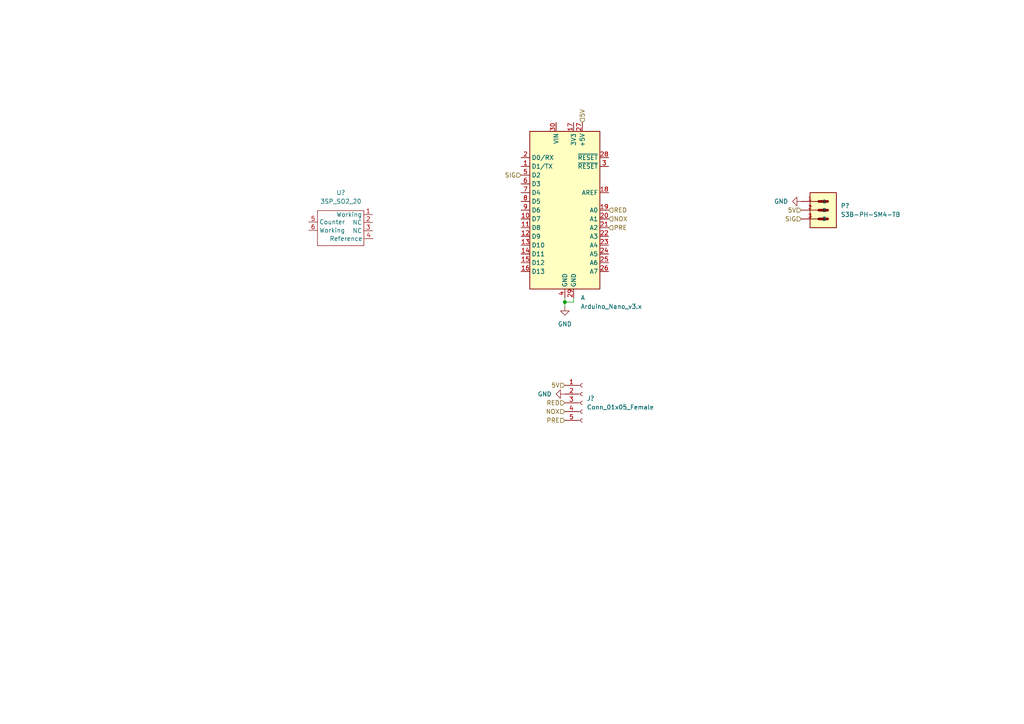
<source format=kicad_sch>
(kicad_sch (version 20211123) (generator eeschema)
  (paper "A4")
  (lib_symbols
    (symbol "Connector:Conn_01x05_Female" (pin_names (offset 1.016) hide)
      (property "Reference" "J" (at 0 7.62 0))
      (property "Value" "Conn_01x05_Female" (at 0 -7.62 0))
      (symbol "Conn_01x05_Female_1_1"
        (arc (start 0 -4.572) (mid -0.508 -5.08) (end 0 -5.588) (stroke (width 0.1524)))
        (arc (start 0 -2.032) (mid -0.508 -2.54) (end 0 -3.048) (stroke (width 0.1524)))
        (polyline (pts (xy -1.27 -5.08) (xy -0.508 -5.08)) (stroke (width 0.1524)))
        (polyline (pts (xy -1.27 -2.54) (xy -0.508 -2.54)) (stroke (width 0.1524)))
        (polyline (pts (xy -1.27 0) (xy -0.508 0)) (stroke (width 0.1524)))
        (polyline (pts (xy -1.27 2.54) (xy -0.508 2.54)) (stroke (width 0.1524)))
        (polyline (pts (xy -1.27 5.08) (xy -0.508 5.08)) (stroke (width 0.1524)))
        (arc (start 0 0.508) (mid -0.508 0) (end 0 -0.508) (stroke (width 0.1524)))
        (arc (start 0 3.048) (mid -0.508 2.54) (end 0 2.032) (stroke (width 0.1524)))
        (arc (start 0 5.588) (mid -0.508 5.08) (end 0 4.572) (stroke (width 0.1524)))
        (pin passive line (at -5.08 5.08 0) (length 3.81) (name "Pin_1") (number "1"))
        (pin passive line (at -5.08 2.54 0) (length 3.81) (name "Pin_2") (number "2"))
        (pin passive line (at -5.08 0 0) (length 3.81) (name "Pin_3") (number "3"))
        (pin passive line (at -5.08 -2.54 0) (length 3.81) (name "Pin_4") (number "4"))
        (pin passive line (at -5.08 -5.08 0) (length 3.81) (name "Pin_5") (number "5"))
      )
    )
    (symbol "MCU_Module:Arduino_Nano_v3.x"
      (property "Reference" "A" (at -10.16 23.495 0))
      (property "Value" "Arduino_Nano_v3.x" (at 5.08 -24.13 0))
      (symbol "Arduino_Nano_v3.x_0_1"
        (rectangle (start -10.16 22.86) (end 10.16 -22.86) (stroke (width 0.254)) (fill (type background)))
      )
      (symbol "Arduino_Nano_v3.x_1_1"
        (pin bidirectional line (at -12.7 12.7 0) (length 2.54) (name "D1/TX") (number "1"))
        (pin bidirectional line (at -12.7 -2.54 0) (length 2.54) (name "D7") (number "10"))
        (pin bidirectional line (at -12.7 -5.08 0) (length 2.54) (name "D8") (number "11"))
        (pin bidirectional line (at -12.7 -7.62 0) (length 2.54) (name "D9") (number "12"))
        (pin bidirectional line (at -12.7 -10.16 0) (length 2.54) (name "D10") (number "13"))
        (pin bidirectional line (at -12.7 -12.7 0) (length 2.54) (name "D11") (number "14"))
        (pin bidirectional line (at -12.7 -15.24 0) (length 2.54) (name "D12") (number "15"))
        (pin bidirectional line (at -12.7 -17.78 0) (length 2.54) (name "D13") (number "16"))
        (pin power_out line (at 2.54 25.4 270) (length 2.54) (name "3V3") (number "17"))
        (pin input line (at 12.7 5.08 180) (length 2.54) (name "AREF") (number "18"))
        (pin bidirectional line (at 12.7 0 180) (length 2.54) (name "A0") (number "19"))
        (pin bidirectional line (at -12.7 15.24 0) (length 2.54) (name "D0/RX") (number "2"))
        (pin bidirectional line (at 12.7 -2.54 180) (length 2.54) (name "A1") (number "20"))
        (pin bidirectional line (at 12.7 -5.08 180) (length 2.54) (name "A2") (number "21"))
        (pin bidirectional line (at 12.7 -7.62 180) (length 2.54) (name "A3") (number "22"))
        (pin bidirectional line (at 12.7 -10.16 180) (length 2.54) (name "A4") (number "23"))
        (pin bidirectional line (at 12.7 -12.7 180) (length 2.54) (name "A5") (number "24"))
        (pin bidirectional line (at 12.7 -15.24 180) (length 2.54) (name "A6") (number "25"))
        (pin bidirectional line (at 12.7 -17.78 180) (length 2.54) (name "A7") (number "26"))
        (pin power_out line (at 5.08 25.4 270) (length 2.54) (name "+5V") (number "27"))
        (pin input line (at 12.7 15.24 180) (length 2.54) (name "~{RESET}") (number "28"))
        (pin power_in line (at 2.54 -25.4 90) (length 2.54) (name "GND") (number "29"))
        (pin input line (at 12.7 12.7 180) (length 2.54) (name "~{RESET}") (number "3"))
        (pin power_in line (at -2.54 25.4 270) (length 2.54) (name "VIN") (number "30"))
        (pin power_in line (at 0 -25.4 90) (length 2.54) (name "GND") (number "4"))
        (pin bidirectional line (at -12.7 10.16 0) (length 2.54) (name "D2") (number "5"))
        (pin bidirectional line (at -12.7 7.62 0) (length 2.54) (name "D3") (number "6"))
        (pin bidirectional line (at -12.7 5.08 0) (length 2.54) (name "D4") (number "7"))
        (pin bidirectional line (at -12.7 2.54 0) (length 2.54) (name "D5") (number "8"))
        (pin bidirectional line (at -12.7 0 0) (length 2.54) (name "D6") (number "9"))
      )
    )
    (symbol "S3B-PH-SM4-TB:S3B-PH-SM4-TB" (pin_names (offset 1.016))
      (property "Reference" "P" (at -2.5426 5.0851 0))
      (property "Value" "S3B-PH-SM4-TB" (at -2.5406 -6.3514 0))
      (symbol "S3B-PH-SM4-TB_0_0"
        (rectangle (start -2.54 -5.08) (end 5.08 5.08) (stroke (width 0.254)) (fill (type background)))
        (polyline (pts (xy 0 -2.54) (xy 2.54 -2.54)) (stroke (width 0.762)))
        (polyline (pts (xy 0 0) (xy 2.54 0)) (stroke (width 0.762)))
        (polyline (pts (xy 0 2.54) (xy 2.54 2.54)) (stroke (width 0.762)))
        (pin passive line (at -5.08 2.54 0) (length 5.08) (name "1") (number "1"))
        (pin passive line (at -5.08 0 0) (length 5.08) (name "2") (number "2"))
        (pin passive line (at -5.08 -2.54 0) (length 5.08) (name "3") (number "3"))
      )
    )
    (symbol "Sensor_Gas:3SP_SO2_20"
      (property "Reference" "U" (at 0 2.159 0))
      (property "Value" "3SP_SO2_20" (at 0 0 0))
      (symbol "3SP_SO2_20_0_1"
        (rectangle (start 7.747 -12.827) (end -5.715 -2.667))
      )
      (symbol "3SP_SO2_20_1_1"
        (pin input line (at 10.287 -3.81 180) (length 2.54) (name "Working") (number "1"))
        (pin input line (at 10.287 -6.096 180) (length 2.54) (name "NC") (number "2"))
        (pin input line (at 10.287 -8.509 180) (length 2.54) (name "NC") (number "3"))
        (pin input line (at 10.414 -10.795 180) (length 2.54) (name "Reference") (number "4"))
        (pin input line (at -8.255 -5.969 0) (length 2.54) (name "Counter") (number "5"))
        (pin input line (at -8.255 -8.382 0) (length 2.54) (name "Working") (number "6"))
      )
    )
    (symbol "power:GND" (power) (pin_names (offset 0))
      (property "Value" "GND" (at 0 -3.81 0))
      (symbol "GND_0_1"
        (polyline (pts (xy 0 0) (xy 0 -1.27) (xy 1.27 -1.27) (xy 0 -2.54) (xy -1.27 -1.27) (xy 0 -1.27)))
      )
      (symbol "GND_1_1"
        (pin power_in line (at 0 0 270) (length 0) hide (name "GND") (number "1"))
      )
    )
  )
  (junction (at 163.83 87.63))
  (wire (pts (xy 163.83 87.63) (xy 166.37 87.63)))
  (wire (pts (xy 166.37 87.63) (xy 166.37 86.36)))
  (wire (pts (xy 163.83 86.36) (xy 163.83 87.63)))
  (wire (pts (xy 163.83 88.9) (xy 163.83 87.63)))
  (hierarchical_label "5V" (shape input) (at 232.41 60.96 180))
  (hierarchical_label "NOX" (shape input) (at 176.53 63.5 0))
  (hierarchical_label "PRE" (shape input) (at 163.83 121.92 180))
  (hierarchical_label "SIG" (shape input) (at 151.13 50.8 180))
  (hierarchical_label "NOX" (shape input) (at 163.83 119.38 180))
  (hierarchical_label "RED" (shape input) (at 176.53 60.96 0))
  (hierarchical_label "RED" (shape input) (at 163.83 116.84 180))
  (hierarchical_label "PRE" (shape input) (at 176.53 66.04 0))
  (hierarchical_label "SIG" (shape input) (at 232.41 63.5 180))
  (hierarchical_label "5V" (shape input) (at 168.91 35.56 90))
  (hierarchical_label "5V" (shape input) (at 163.83 111.76 180))
  (symbol (lib_id "power:GND") (at 232.41 58.42 270) (unit 1)
    (property "Reference" "#PWR?" (effects hide))
    (property "Value" "GND" (at 228.6 58.4199 90) (effects (justify right)))
  )
  (symbol (lib_id "Sensor_Gas:3SP_SO2_20") (at 97.79 58.42 0) (unit 1)
    (property "Reference" "U?" (at 98.8695 55.88 0))
    (property "Value" "3SP_SO2_20" (at 98.8695 58.42 0))
  )
  (symbol (lib_id "MCU_Module:Arduino_Nano_v3.x") (at 163.83 60.96 0) (unit 1)
    (property "Reference" "A" (at 168.3894 86.36 0) (effects (justify left)))
    (property "Value" "Arduino_Nano_v3.x" (at 168.3894 88.9 0) (effects (justify left)))
    (property "Footprint" "Module:Arduino_Nano" (effects hide))
    (property "Datasheet" "http://www.mouser.com/pdfdocs/Gravitech_Arduino_Nano3_0.pdf" (effects hide))
  )
  (symbol (lib_id "power:GND") (at 163.83 88.9 0) (unit 1)
    (property "Reference" "#PWR?" (effects hide))
    (property "Value" "GND" (at 163.83 93.98 0))
  )
  (symbol (lib_id "Connector:Conn_01x05_Female") (at 168.91 116.84 0) (unit 1)
    (property "Reference" "J?" (at 170.18 115.5699 0) (effects (justify left)))
    (property "Value" "Conn_01x05_Female" (at 170.18 118.1099 0) (effects (justify left)))
  )
  (symbol (lib_id "S3B-PH-SM4-TB:S3B-PH-SM4-TB") (at 237.49 60.96 0) (unit 1)
    (property "Reference" "P?" (at 243.84 59.6899 0) (effects (justify left)))
    (property "Value" "S3B-PH-SM4-TB" (at 243.84 62.2299 0) (effects (justify left)))
    (property "Footprint" "JST_S3B-PH-SM4-TB:JST_S3B-PH-SM4-TB" (effects hide))
    (property "MANUFACTURER" "JST" (effects hide))
  )
  (symbol (lib_id "power:GND") (at 163.83 114.3 270) (unit 1)
    (property "Reference" "#PWR?" (effects hide))
    (property "Value" "GND" (at 160.02 114.3 90) (effects (justify right)))
  )
)
</source>
